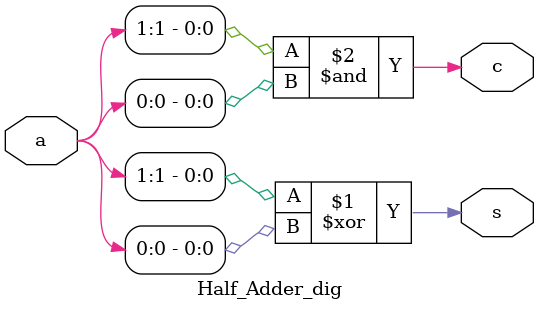
<source format=v>
module Half_Adder_dig(
    input [1:0]a, output s, output c
    );
    assign s = a[1]^a[0];
    assign c = a[1]&a[0];
endmodule

</source>
